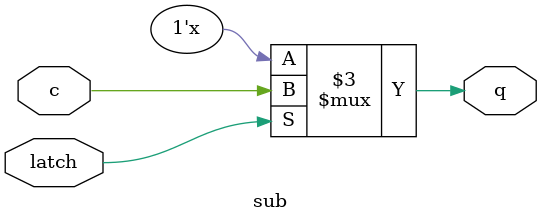
<source format=v>
module top (a3);
output a3;
wire [1:0] tri_,latch;
wire c;
wire a1;
sub s1(latch[0], c, a2);
assign a1=a2;
sub s2(latch[0], a1, a3);
endmodule
module sub (latch , c, q);
input latch, c;
output q;
wire latch, c;
reg q;
always @(latch or c) begin
if(latch)
begin
q=c;
end
end
endmodule

</source>
